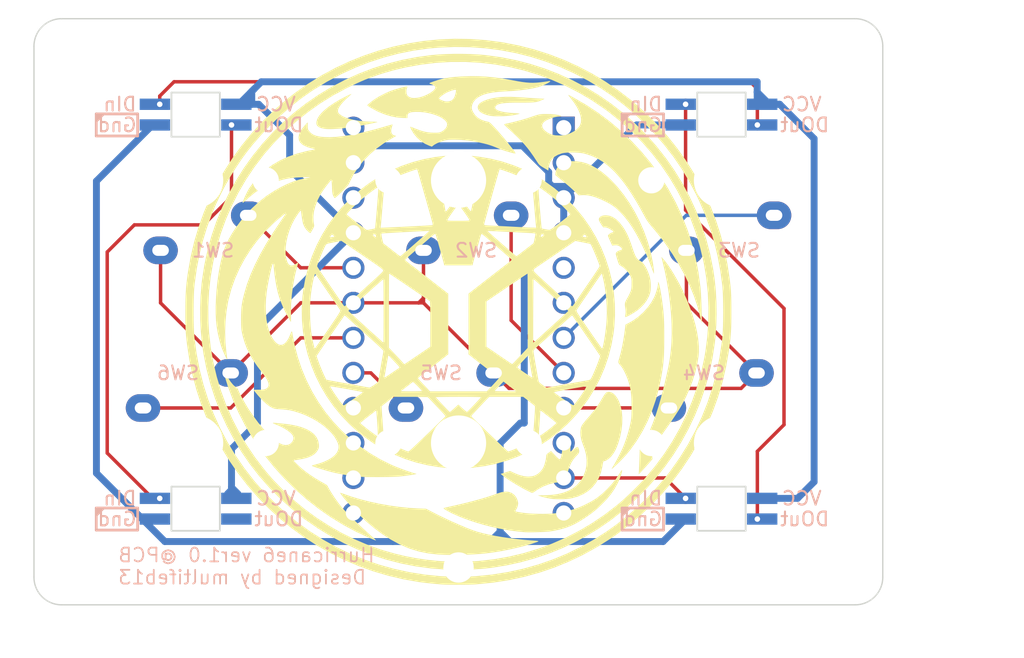
<source format=kicad_pcb>
(kicad_pcb (version 20211014) (generator pcbnew)
  (layers (0 "F.Cu" signal) (31 "B.Cu" signal) (34 "B.Paste" user) (35 "F.Paste" user) (36 "B.SilkS" user "B.Silkscreen") (37 "F.SilkS" user "F.Silkscreen") (38 "B.Mask" user) (39 "F.Mask" user) (44 "Edge.Cuts" user))
  (net 0 "")
  (net 1 "GND")
  (net 2 "Row0")
  (net 6 "Col0")
  (net 7 "Col1")
  (net 8 "Col2")
  (net 9 "Col3")
  (net 10 "Col4")
  (net 11 "Col5")
  (net 14 "VCC")
  (net 16 "LED")
  (net 20 "Net-(LED1-Pad2)")
  (net 21 "Net-(LED2-Pad2)")
  (net 22 "Net-(LED3-Pad2)")
  (footprint "kbd_SW:CherryMX_Solder_1u" (layer "F.Cu") (at 166.6875 97.517893 180)
    (fp_text reference "SW1" (at -1.27 -5.08) (layer "B.SilkS") (effects (justify mirror)))
    (fp_text value "SW_1" hide)
    (pad "" np_thru_hole circle locked (at 0 0 270) (size 4 4) (drill 4) (layers *.Cu *.Mask))
    (pad "" np_thru_hole circle locked (at -5.08 0 270) (size 1.9 1.9) (drill 1.9) (layers *.Cu *.Mask))
    (pad "" np_thru_hole circle locked (at 5.08 0 270) (size 1.9 1.9) (drill 1.9) (layers *.Cu *.Mask))
    (pad "1" thru_hole oval locked (at -3.81 -2.54 180) (size 2.5 2) (drill oval 1.2 0.8) (layers *.Cu "B.Mask") (net 6 "Col0"))
    (pad "2" thru_hole oval locked (at 2.54 -5.08 180) (size 2.5 2) (drill oval 1.2 0.8) (layers *.Cu "B.Mask") (net 2 "Row0"))
  )
  (footprint "kbd_SW:CherryMX_Solder_1u" (layer "F.Cu") (at 166.6875 116.567893)
    (fp_text reference "SW6" (at -1.27 -5.08 180) (layer "B.SilkS") (effects (justify mirror)))
    (fp_text value "SW_6" hide)
    (pad "" np_thru_hole circle locked (at 5.08 0 90) (size 1.9 1.9) (drill 1.9) (layers *.Cu *.Mask))
    (pad "" np_thru_hole circle locked (at 0 0 90) (size 4 4) (drill 4) (layers *.Cu *.Mask))
    (pad "" np_thru_hole circle locked (at -5.08 0 90) (size 1.9 1.9) (drill 1.9) (layers *.Cu *.Mask))
    (pad "1" thru_hole oval locked (at -3.81 -2.54) (size 2.5 2) (drill oval 1.2 0.8) (layers *.Cu "B.Mask") (net 11 "Col5"))
    (pad "2" thru_hole oval locked (at 2.54 -5.08) (size 2.5 2) (drill oval 1.2 0.8) (layers *.Cu "B.Mask") (net 2 "Row0"))
  )
  (footprint "kbd_Hole:m2_Screw_Hole" (layer "F.Cu") (at 213.8125 107.042893)
    (fp_text reference "H6")
    (fp_text value "MountingHole")
    (pad "" np_thru_hole circle locked (at 0 0) (size 2.2 2.2) (drill 2.2) (layers *.Cu *.Mask))
  )
  (footprint "kbd_Hole:m2_Screw_Hole" (layer "F.Cu") (at 157.6625 88.492893)
    (fp_text reference "H1")
    (fp_text value "MountingHole")
    (pad "" np_thru_hole circle locked (at 0 0) (size 2.2 2.2) (drill 2.2) (layers *.Cu *.Mask))
  )
  (footprint "kbd_SW:CherryMX_Solder_1u" (layer "F.Cu") (at 204.7875 116.567893)
    (fp_text reference "SW4" (at -1.27 -5.08 180) (layer "B.SilkS") (effects (justify mirror)))
    (fp_text value "SW_4" hide)
    (pad "" np_thru_hole circle locked (at 0 0 90) (size 4 4) (drill 4) (layers *.Cu *.Mask))
    (pad "" np_thru_hole circle locked (at 5.08 0 90) (size 1.9 1.9) (drill 1.9) (layers *.Cu *.Mask))
    (pad "" np_thru_hole circle locked (at -5.08 0 90) (size 1.9 1.9) (drill 1.9) (layers *.Cu *.Mask))
    (pad "1" thru_hole oval locked (at -3.81 -2.54) (size 2.5 2) (drill oval 1.2 0.8) (layers *.Cu "B.Mask") (net 9 "Col3"))
    (pad "2" thru_hole oval locked (at 2.54 -5.08) (size 2.5 2) (drill oval 1.2 0.8) (layers *.Cu "B.Mask") (net 2 "Row0"))
  )
  (footprint "kbd_Hole:m2_Screw_Hole" (layer "F.Cu") (at 157.6625 107.042893)
    (fp_text reference "H2")
    (fp_text value "MountingHole" hide)
    (pad "" np_thru_hole circle locked (at 0 0) (size 2.2 2.2) (drill 2.2) (layers *.Cu *.Mask))
  )
  (footprint "kbd_SW:CherryMX_Solder_1u" (layer "F.Cu") (at 185.7375 116.567893)
    (fp_text reference "SW5" (at -1.27 -5.08 180) (layer "B.SilkS") (effects (justify mirror)))
    (fp_text value "SW_5" hide)
    (pad "" np_thru_hole circle locked (at 0 0 90) (size 4 4) (drill 4) (layers *.Cu *.Mask))
    (pad "" np_thru_hole circle locked (at -5.08 0 90) (size 1.9 1.9) (drill 1.9) (layers *.Cu *.Mask))
    (pad "" np_thru_hole circle locked (at 5.08 0 90) (size 1.9 1.9) (drill 1.9) (layers *.Cu *.Mask))
    (pad "1" thru_hole oval locked (at -3.81 -2.54) (size 2.5 2) (drill oval 1.2 0.8) (layers *.Cu "B.Mask") (net 10 "Col4"))
    (pad "2" thru_hole oval locked (at 2.54 -5.08) (size 2.5 2) (drill oval 1.2 0.8) (layers *.Cu "B.Mask") (net 2 "Row0"))
  )
  (footprint "kbd_Hole:m2_Screw_Hole" (layer "F.Cu") (at 185.7375 125.592893)
    (fp_text reference "H4" hide)
    (fp_text value "MountingHole" hide)
    (pad "" np_thru_hole circle locked (at 0 0) (size 2.2 2.2) (drill 2.2) (layers *.Cu *.Mask))
  )
  (footprint "kbd_Hole:m2_Screw_Hole" (layer "F.Cu") (at 157.6625 125.592893)
    (fp_text reference "H3")
    (fp_text value "MountingHole")
    (pad "" np_thru_hole circle locked (at 0 0) (size 2.2 2.2) (drill 2.2) (layers *.Cu *.Mask))
  )
  (footprint "kbd_SW:CherryMX_Solder_1u" (layer "F.Cu") (at 185.7375 97.517893 180)
    (fp_text reference "SW2" (at -1.27 -5.08) (layer "B.SilkS") (effects (justify mirror)))
    (fp_text value "SW_2" hide)
    (pad "" np_thru_hole circle locked (at -5.08 0 270) (size 1.9 1.9) (drill 1.9) (layers *.Cu *.Mask))
    (pad "" np_thru_hole circle locked (at 5.08 0 270) (size 1.9 1.9) (drill 1.9) (layers *.Cu *.Mask))
    (pad "" np_thru_hole circle locked (at 0 0 270) (size 4 4) (drill 4) (layers *.Cu *.Mask))
    (pad "1" thru_hole oval locked (at -3.81 -2.54 180) (size 2.5 2) (drill oval 1.2 0.8) (layers *.Cu "B.Mask") (net 7 "Col1"))
    (pad "2" thru_hole oval locked (at 2.54 -5.08 180) (size 2.5 2) (drill oval 1.2 0.8) (layers *.Cu "B.Mask") (net 2 "Row0"))
  )
  (footprint "kbd_Hole:m2_Screw_Hole" (layer "F.Cu") (at 213.8125 88.492893)
    (fp_text reference "H5")
    (fp_text value "MountingHole")
    (pad "" np_thru_hole circle locked (at 0 0) (size 2.2 2.2) (drill 2.2) (layers *.Cu *.Mask))
  )
  (footprint "Silk_Wizard_logos:silk_wizard_logo_40x40" (layer "F.Cu") (at 185.725515 107.053203)
    (fp_text reference "G***" hide)
    (fp_text value "LOGO" hide)
  )
  (footprint "kbd_Hole:m2_Screw_Hole" (layer "F.Cu") (at 213.8125 125.592893)
    (fp_text reference "H7")
    (fp_text value "MountingHole")
    (pad "" np_thru_hole circle locked (at 0 0) (size 2.2 2.2) (drill 2.2) (layers *.Cu *.Mask))
  )
  (footprint "kbd_SW:CherryMX_Solder_1u" (layer "F.Cu") (at 204.7875 97.517893 180)
    (fp_text reference "SW3" (at -1.27 -5.08) (layer "B.SilkS") (effects (justify mirror)))
    (fp_text value "SW_3" hide)
    (pad "" np_thru_hole circle locked (at 0 0 270) (size 4 4) (drill 4) (layers *.Cu *.Mask))
    (pad "" np_thru_hole circle locked (at -5.08 0 270) (size 1.9 1.9) (drill 1.9) (layers *.Cu *.Mask))
    (pad "" np_thru_hole circle locked (at 5.08 0 270) (size 1.9 1.9) (drill 1.9) (layers *.Cu *.Mask))
    (pad "1" thru_hole oval locked (at -3.81 -2.54 180) (size 2.5 2) (drill oval 1.2 0.8) (layers *.Cu "B.Mask") (net 8 "Col2"))
    (pad "2" thru_hole oval locked (at 2.54 -5.08 180) (size 2.5 2) (drill oval 1.2 0.8) (layers *.Cu "B.Mask") (net 2 "Row0"))
  )
  (footprint "akizukidenshi_parts:LED_115478_SK6812MINI-E" (layer "B.Cu") (at 204.7875 92.755393 180)
    (fp_text reference "LED2" hide)
    (fp_text value "RGBLED_SK6812MINI-E")
    (fp_text user "Gnd" (at 5.69 -0.75) (layer "B.SilkS") (effects (justify mirror)))
    (fp_text user "DOut" (at -6.03 -0.75) (layer "B.SilkS") (effects (justify mirror)))
    (fp_text user "VCC" (at -5.82 0.75) (layer "B.SilkS") (effects (justify mirror)))
    (fp_text user "DIn" (at 5.49 0.75) (layer "B.SilkS") (effects (justify mirror)))
    (fp_line (start -1.75 -1.6) (end 1.75 -1.6) (layer "Edge.Cuts") (width 0.12))
    (fp_line (start -1.75 1.6) (end -1.75 -1.6) (layer "Edge.Cuts") (width 0.12))
    (fp_line (start 1.75 -1.6) (end 1.75 1.6) (layer "Edge.Cuts") (width 0.12))
    (fp_line (start 1.75 1.6) (end -1.75 1.6) (layer "Edge.Cuts") (width 0.12))
    (pad "1" smd rect (at -2.6 0.75 180) (size 2.2 0.82) (drill (offset -0.35 0)) (layers "B.Cu" "B.Paste" "B.Mask") (net 14 "VCC"))
    (pad "2" smd rect (at -2.6 -0.75 180) (size 2.2 0.82) (drill (offset -0.35 0)) (layers "B.Cu" "B.Paste" "B.Mask") (net 21 "Net-(LED2-Pad2)"))
    (pad "3" smd rect (at 2.6 -0.75 180) (size 2.2 0.82) (drill (offset 0.35 0)) (layers "B.Cu" "B.Paste" "B.Mask") (net 1 "GND"))
    (pad "4" smd rect (at 2.6 0.75 180) (size 2.2 0.82) (drill (offset 0.35 0)) (layers "B.Cu" "B.Paste" "B.Mask") (net 20 "Net-(LED1-Pad2)"))
  )
  (footprint "promicro:ProMicro-NoSilk" (layer "B.Cu") (at 185.7375 107.671644 -90)
    (fp_text reference "U1" hide)
    (fp_text value "ProMicro-NoSilk")
    (pad "1" thru_hole rect locked (at -13.97 -7.62 270) (size 1.6 1.6) (drill 1.1) (layers *.Cu *.Mask))
    (pad "2" thru_hole circle locked (at -11.43 -7.62 270) (size 1.6 1.6) (drill 1.1) (layers *.Cu *.Mask))
    (pad "3" thru_hole circle locked (at -8.89 -7.62 270) (size 1.6 1.6) (drill 1.1) (layers *.Cu *.Mask) (net 1 "GND"))
    (pad "4" thru_hole circle locked (at -6.35 -7.62 270) (size 1.6 1.6) (drill 1.1) (layers *.Cu *.Mask) (net 1 "GND"))
    (pad "5" thru_hole circle locked (at -3.81 -7.62 270) (size 1.6 1.6) (drill 1.1) (layers *.Cu *.Mask))
    (pad "6" thru_hole circle locked (at -1.27 -7.62 270) (size 1.6 1.6) (drill 1.1) (layers *.Cu *.Mask))
    (pad "7" thru_hole circle locked (at 1.27 -7.62 270) (size 1.6 1.6) (drill 1.1) (layers *.Cu *.Mask) (net 8 "Col2"))
    (pad "8" thru_hole circle locked (at 3.81 -7.62 270) (size 1.6 1.6) (drill 1.1) (layers *.Cu *.Mask) (net 7 "Col1"))
    (pad "9" thru_hole circle locked (at 6.35 -7.62 270) (size 1.6 1.6) (drill 1.1) (layers *.Cu *.Mask) (net 9 "Col3"))
    (pad "10" thru_hole circle locked (at 8.89 -7.62 270) (size 1.6 1.6) (drill 1.1) (layers *.Cu *.Mask))
    (pad "11" thru_hole circle locked (at 11.43 -7.62 270) (size 1.6 1.6) (drill 1.1) (layers *.Cu *.Mask) (net 16 "LED"))
    (pad "12" thru_hole circle locked (at 13.97 -7.62 270) (size 1.6 1.6) (drill 1.1) (layers *.Cu *.Mask))
    (pad "13" thru_hole circle locked (at 13.97 7.62 270) (size 1.6 1.6) (drill 1.1) (layers *.Cu *.Mask))
    (pad "14" thru_hole circle locked (at 11.43 7.62 270) (size 1.6 1.6) (drill 1.1) (layers *.Cu *.Mask))
    (pad "15" thru_hole circle locked (at 8.89 7.62 270) (size 1.6 1.6) (drill 1.1) (layers *.Cu *.Mask))
    (pad "16" thru_hole circle locked (at 6.35 7.62 270) (size 1.6 1.6) (drill 1.1) (layers *.Cu *.Mask))
    (pad "17" thru_hole circle locked (at 3.81 7.62 270) (size 1.6 1.6) (drill 1.1) (layers *.Cu *.Mask) (net 10 "Col4"))
    (pad "18" thru_hole circle locked (at 1.27 7.62 270) (size 1.6 1.6) (drill 1.1) (layers *.Cu *.Mask) (net 11 "Col5"))
    (pad "19" thru_hole circle locked (at -1.27 7.62 270) (size 1.6 1.6) (drill 1.1) (layers *.Cu *.Mask) (net 2 "Row0"))
    (pad "20" thru_hole circle locked (at -3.81 7.62 270) (size 1.6 1.6) (drill 1.1) (layers *.Cu *.Mask) (net 6 "Col0"))
    (pad "21" thru_hole circle locked (at -6.35 7.62 270) (size 1.6 1.6) (drill 1.1) (layers *.Cu *.Mask) (net 14 "VCC"))
    (pad "22" thru_hole circle locked (at -8.89 7.62 270) (size 1.6 1.6) (drill 1.1) (layers *.Cu *.Mask))
    (pad "23" thru_hole circle locked (at -11.43 7.62 270) (size 1.6 1.6) (drill 1.1) (layers *.Cu *.Mask) (net 1 "GND"))
    (pad "24" thru_hole circle locked (at -13.97 7.62 270) (size 1.6 1.6) (drill 1.1) (layers *.Cu *.Mask))
  )
  (footprint "akizukidenshi_parts:LED_115478_SK6812MINI-E" (layer "B.Cu") (at 166.6875 92.755393 180)
    (fp_text reference "LED3" hide)
    (fp_text value "RGBLED_SK6812MINI-E")
    (fp_text user "Gnd" (at 5.69 -0.75) (layer "B.SilkS") (effects (justify mirror)))
    (fp_text user "DIn" (at 5.49 0.75) (layer "B.SilkS") (effects (justify mirror)))
    (fp_text user "VCC" (at -5.82 0.75) (layer "B.SilkS") (effects (justify mirror)))
    (fp_text user "DOut" (at -6.03 -0.75) (layer "B.SilkS") (effects (justify mirror)))
    (fp_line (start 1.75 1.6) (end -1.75 1.6) (layer "Edge.Cuts") (width 0.12))
    (fp_line (start -1.75 1.6) (end -1.75 -1.6) (layer "Edge.Cuts") (width 0.12))
    (fp_line (start 1.75 -1.6) (end 1.75 1.6) (layer "Edge.Cuts") (width 0.12))
    (fp_line (start -1.75 -1.6) (end 1.75 -1.6) (layer "Edge.Cuts") (width 0.12))
    (pad "1" smd rect (at -2.6 0.75 180) (size 2.2 0.82) (drill (offset -0.35 0)) (layers "B.Cu" "B.Paste" "B.Mask") (net 14 "VCC"))
    (pad "2" smd rect (at -2.6 -0.75 180) (size 2.2 0.82) (drill (offset -0.35 0)) (layers "B.Cu" "B.Paste" "B.Mask") (net 22 "Net-(LED3-Pad2)"))
    (pad "3" smd rect (at 2.6 -0.75 180) (size 2.2 0.82) (drill (offset 0.35 0)) (layers "B.Cu" "B.Paste" "B.Mask") (net 1 "GND"))
    (pad "4" smd rect (at 2.6 0.75 180) (size 2.2 0.82) (drill (offset 0.35 0)) (layers "B.Cu" "B.Paste" "B.Mask") (net 21 "Net-(LED2-Pad2)"))
  )
  (footprint "akizukidenshi_parts:LED_115478_SK6812MINI-E" (layer "B.Cu") (at 204.7875 121.330393 180)
    (fp_text reference "LED1" hide)
    (fp_text value "RGBLED_SK6812MINI-E")
    (fp_text user "DIn" (at 5.49 0.75) (layer "B.SilkS") (effects (justify mirror)))
    (fp_text user "DOut" (at -6.03 -0.75) (layer "B.SilkS") (effects (justify mirror)))
    (fp_text user "Gnd" (at 5.69 -0.75) (layer "B.SilkS") (effects (justify mirror)))
    (fp_text user "VCC" (at -5.82 0.75) (layer "B.SilkS") (effects (justify mirror)))
    (fp_line (start 1.75 1.6) (end -1.75 1.6) (layer "Edge.Cuts") (width 0.12))
    (fp_line (start 1.75 -1.6) (end 1.75 1.6) (layer "Edge.Cuts") (width 0.12))
    (fp_line (start -1.75 -1.6) (end 1.75 -1.6) (layer "Edge.Cuts") (width 0.12))
    (fp_line (start -1.75 1.6) (end -1.75 -1.6) (layer "Edge.Cuts") (width 0.12))
    (pad "1" smd rect (at -2.6 0.75 180) (size 2.2 0.82) (drill (offset -0.35 0)) (layers "B.Cu" "B.Paste" "B.Mask") (net 14 "VCC"))
    (pad "2" smd rect (at -2.6 -0.75 180) (size 2.2 0.82) (drill (offset -0.35 0)) (layers "B.Cu" "B.Paste" "B.Mask") (net 20 "Net-(LED1-Pad2)"))
    (pad "3" smd rect (at 2.6 -0.75 180) (size 2.2 0.82) (drill (offset 0.35 0)) (layers "B.Cu" "B.Paste" "B.Mask") (net 1 "GND"))
    (pad "4" smd rect (at 2.6 0.75 180) (size 2.2 0.82) (drill (offset 0.35 0)) (layers "B.Cu" "B.Paste" "B.Mask") (net 16 "LED"))
  )
  (footprint "akizukidenshi_parts:LED_115478_SK6812MINI-E" (layer "B.Cu") (at 166.6875 121.330393 180)
    (fp_text reference "LED4" hide)
    (fp_text value "RGBLED_SK6812MINI-E")
    (fp_text user "DIn" (at 5.49 0.75) (layer "B.SilkS") (effects (justify mirror)))
    (fp_text user "VCC" (at -5.82 0.75) (layer "B.SilkS") (effects (justify mirror)))
    (fp_text user "DOut" (at -6.03 -0.75) (layer "B.SilkS") (effects (justify mirror)))
    (fp_text user "Gnd" (at 5.69 -0.75) (layer "B.SilkS") (effects (justify mirror)))
    (fp_line (start -1.75 1.6) (end -1.75 -1.6) (layer "Edge.Cuts") (width 0.12))
    (fp_line (start 1.75 -1.6) (end 1.75 1.6) (layer "Edge.Cuts") (width 0.12))
    (fp_line (start 1.75 1.6) (end -1.75 1.6) (layer "Edge.Cuts") (width 0.12))
    (fp_line (start -1.75 -1.6) (end 1.75 -1.6) (layer "Edge.Cuts") (width 0.12))
    (pad "1" smd rect (at -2.6 0.75 180) (size 2.2 0.82) (drill (offset -0.35 0)) (layers "B.Cu" "B.Paste" "B.Mask") (net 14 "VCC"))
    (pad "2" smd rect (at -2.6 -0.75 180) (size 2.2 0.82) (drill (offset -0.35 0)) (layers "B.Cu" "B.Paste" "B.Mask"))
    (pad "3" smd rect (at 2.6 -0.75 180) (size 2.2 0.82) (drill (offset 0.35 0)) (layers "B.Cu" "B.Paste" "B.Mask") (net 1 "GND"))
    (pad "4" smd rect (at 2.6 0.75 180) (size 2.2 0.82) (drill (offset 0.35 0)) (layers "B.Cu" "B.Paste" "B.Mask") (net 22 "Net-(LED3-Pad2)"))
  )
  (gr_arc (start 214.475 85.8) (mid 215.889214 86.385786) (end 216.475 87.8) (layer "Edge.Cuts") (width 0.1))
  (gr_arc (start 216.475 126.299986) (mid 215.889216 127.714202) (end 214.475 128.299986) (layer "Edge.Cuts") (width 0.1))
  (gr_line (start 216.475 126.299986) (end 216.475 87.8) (layer "Edge.Cuts") (width 0.1))
  (gr_arc (start 154.975 87.8) (mid 155.560786 86.385786) (end 156.975 85.8) (layer "Edge.Cuts") (width 0.1))
  (gr_line (start 154.975 87.8) (end 154.975 126.299986) (layer "Edge.Cuts") (width 0.1))
  (gr_line (start 156.975 128.299986) (end 214.475 128.299986) (layer "Edge.Cuts") (width 0.1))
  (gr_line (start 214.475 85.8) (end 156.975 85.8) (layer "Edge.Cuts") (width 0.1))
  (gr_arc (start 156.975 128.299986) (mid 155.560784 127.714202) (end 154.975 126.299986) (layer "Edge.Cuts") (width 0.1))
  (gr_text "Hurricane6 ver1.0 @PCB\nDesigned by multifeb13" (at 161 125.5) (layer "B.SilkS") (effects (font (size 1 1) (thickness 0.125)) (justify right mirror)))
  (segment (start 188.75 116.584781) (end 188.75 123) (width 0.5) (layer "B.Cu") (net 1))
  (segment (start 188.038357 123.711643) (end 188.788357 123.711643) (width 0.5) (layer "B.Cu") (net 1))
  (segment (start 198.633751 93.505393) (end 202.1875 93.505393) (width 0.5) (layer "B.Cu") (net 1))
  (segment (start 162.8275 122.080393) (end 162.00125 121.254143) (width 0.5) (layer "B.Cu") (net 1))
  (segment (start 192.537928 97.962072) (end 193.3575 98.781644) (width 0.5) (layer "B.Cu") (net 1))
  (segment (start 163.569388 93.505393) (end 164.0875 93.505393) (width 0.5) (layer "B.Cu") (net 1))
  (segment (start 162.00125 121.254143) (end 164.45875 123.711643) (width 0.5) (layer "B.Cu") (net 1))
  (segment (start 159.5 118.752893) (end 159.5 97.574781) (width 0.5) (layer "B.Cu") (net 1))
  (segment (start 193.3575 101.321644) (end 190.5 104.179144) (width 0.5) (layer "B.Cu") (net 1))
  (segment (start 190.216889 115.117892) (end 188.75 116.584781) (width 0.5) (layer "B.Cu") (net 1))
  (segment (start 189.711643 123.711643) (end 189.461643 123.711643) (width 0.5) (layer "B.Cu") (net 1))
  (segment (start 193.3575 98.781644) (end 193.3575 101.321644) (width 0.5) (layer "B.Cu") (net 1))
  (segment (start 188.75 123) (end 188.75 123.5) (width 0.5) (layer "B.Cu") (net 1))
  (segment (start 189.711643 123.711643) (end 190.788357 123.711643) (width 0.5) (layer "B.Cu") (net 1))
  (segment (start 202.1875 122.080393) (end 200.55625 123.711643) (width 0.5) (layer "B.Cu") (net 1))
  (segment (start 194.194572 97.944572) (end 194.177072 97.962072) (width 0.5) (layer "B.Cu") (net 1))
  (segment (start 159.5 97.574781) (end 163.569388 93.505393) (width 0.5) (layer "B.Cu") (net 1))
  (segment (start 190.5 115.117892) (end 190.216889 115.117892) (width 0.5) (layer "B.Cu") (net 1))
  (segment (start 189.461643 123.711643) (end 188.75 123) (width 0.5) (layer "B.Cu") (net 1))
  (segment (start 193.3575 98.781644) (end 194.194572 97.944572) (width 0.5) (layer "B.Cu") (net 1))
  (segment (start 192.267501 97.691645) (end 192.537928 97.962072) (width 0.5) (layer "B.Cu") (net 1))
  (segment (start 180.975 123.711643) (end 188.038357 123.711643) (width 0.5) (layer "B.Cu") (net 1))
  (segment (start 192.267501 96.917282) (end 192.267501 97.691645) (width 0.5) (layer "B.Cu") (net 1))
  (segment (start 188.038357 123.711643) (end 188.75 123) (width 0.5) (layer "B.Cu") (net 1))
  (segment (start 188.788357 123.711643) (end 189.288357 123.711643) (width 0.5) (layer "B.Cu") (net 1))
  (segment (start 164.45875 123.711643) (end 166.6875 123.711643) (width 0.5) (layer "B.Cu") (net 1))
  (segment (start 179.341252 95.017892) (end 190.368111 95.017892) (width 0.5) (layer "B.Cu") (net 1))
  (segment (start 162.00125 121.254143) (end 159.5 118.752893) (width 0.5) (layer "B.Cu") (net 1))
  (segment (start 190.368111 95.017892) (end 192.267501 96.917282) (width 0.5) (layer "B.Cu") (net 1))
  (segment (start 194.194572 97.944572) (end 198.633751 93.505393) (width 0.5) (layer "B.Cu") (net 1))
  (segment (start 200.55625 123.711643) (end 190.5 123.711643) (width 0.5) (layer "B.Cu") (net 1))
  (segment (start 194.177072 97.962072) (end 192.537928 97.962072) (width 0.5) (layer "B.Cu") (net 1))
  (segment (start 164.0875 122.080393) (end 162.8275 122.080393) (width 0.5) (layer "B.Cu") (net 1))
  (segment (start 190.5 104.179144) (end 190.5 115.117892) (width 0.5) (layer "B.Cu") (net 1))
  (segment (start 189.288357 123.711643) (end 189.711643 123.711643) (width 0.5) (layer "B.Cu") (net 1))
  (segment (start 178.1175 96.241644) (end 179.341252 95.017892) (width 0.5) (layer "B.Cu") (net 1))
  (segment (start 180.975 123.711643) (end 166.6875 123.711643) (width 0.5) (layer "B.Cu") (net 1))
  (segment (start 178.1175 106.401644) (end 182.848356 106.401644) (width 0.25) (layer "F.Cu") (net 2))
  (segment (start 188.2775 111.487893) (end 189.396251 112.606644) (width 0.25) (layer "F.Cu") (net 2))
  (segment (start 202.2475 102.597893) (end 202.2475 106.407893) (width 0.25) (layer "F.Cu") (net 2))
  (segment (start 178.1175 106.401644) (end 174.313749 106.401644) (width 0.25) (layer "F.Cu") (net 2))
  (segment (start 183.1975 106.407893) (end 188.2775 111.487893) (width 0.25) (layer "F.Cu") (net 2))
  (segment (start 189.396251 112.606644) (end 206.208749 112.606644) (width 0.25) (layer "F.Cu") (net 2))
  (segment (start 183.1975 102.597893) (end 183.1975 106.0525) (width 0.25) (layer "F.Cu") (net 2))
  (segment (start 202.2475 106.407893) (end 207.3275 111.487893) (width 0.25) (layer "F.Cu") (net 2))
  (segment (start 174.313749 106.401644) (end 169.2275 111.487893) (width 0.25) (layer "F.Cu") (net 2))
  (segment (start 182.848356 106.401644) (end 183.1975 106.0525) (width 0.25) (layer "F.Cu") (net 2))
  (segment (start 182.848356 106.401644) (end 183.191251 106.401644) (width 0.25) (layer "F.Cu") (net 2))
  (segment (start 183.1975 106.0525) (end 183.1975 106.407893) (width 0.25) (layer "F.Cu") (net 2))
  (segment (start 164.1475 106.407893) (end 169.2275 111.487893) (width 0.25) (layer "F.Cu") (net 2))
  (segment (start 206.208749 112.606644) (end 207.3275 111.487893) (width 0.25) (layer "F.Cu") (net 2))
  (segment (start 164.1475 102.597893) (end 164.1475 106.407893) (width 0.25) (layer "F.Cu") (net 2))
  (segment (start 183.191251 106.401644) (end 183.1975 106.407893) (width 0.25) (layer "F.Cu") (net 2))
  (segment (start 178.1175 103.861644) (end 174.301251 103.861644) (width 0.25) (layer "F.Cu") (net 6))
  (segment (start 174.301251 103.861644) (end 170.4975 100.057893) (width 0.25) (layer "F.Cu") (net 6))
  (segment (start 189.5475 107.671644) (end 193.3575 111.481644) (width 0.25) (layer "F.Cu") (net 7))
  (segment (start 193.351251 111.487893) (end 193.3575 111.481644) (width 0.25) (layer "F.Cu") (net 7))
  (segment (start 189.5475 100.057893) (end 189.5475 107.671644) (width 0.25) (layer "F.Cu") (net 7))
  (segment (start 202.241251 100.057893) (end 193.3575 108.941644) (width 0.25) (layer "B.Cu") (net 8))
  (segment (start 208.5975 100.057893) (end 202.241251 100.057893) (width 0.25) (layer "B.Cu") (net 8))
  (segment (start 193.3575 114.021644) (end 200.971251 114.021644) (width 0.25) (layer "F.Cu") (net 9))
  (segment (start 200.971251 114.021644) (end 200.9775 114.027893) (width 0.25) (layer "F.Cu") (net 9))
  (segment (start 178.1175 111.481644) (end 179.381251 111.481644) (width 0.25) (layer "F.Cu") (net 10))
  (segment (start 179.381251 111.481644) (end 181.9275 114.027893) (width 0.25) (layer "F.Cu") (net 10))
  (segment (start 174.313749 108.941644) (end 169.2275 114.027893) (width 0.25) (layer "F.Cu") (net 11))
  (segment (start 169.2275 114.027893) (end 162.8775 114.027893) (width 0.25) (layer "F.Cu") (net 11))
  (segment (start 178.1175 108.941644) (end 174.313749 108.941644) (width 0.25) (layer "F.Cu") (net 11))
  (segment (start 171.166889 108.272255) (end 171.166889 115.117892) (width 0.5) (layer "B.Cu") (net 14))
  (segment (start 169.2875 92.005393) (end 169.81875 92.005393) (width 0.5) (layer "B.Cu") (net 14))
  (segment (start 169.2875 92.005393) (end 170.755393 92.005393) (width 0.5) (layer "B.Cu") (net 14))
  (segment (start 211.5 94.5) (end 211.5 119.380393) (width 0.5) (layer "B.Cu") (net 14))
  (segment (start 171.166889 115.117892) (end 169.2875 116.997281) (width 0.5) (layer "B.Cu") (net 14))
  (segment (start 177.344572 102.094572) (end 171.166889 108.272255) (width 0.5) (layer "B.Cu") (net 14))
  (segment (start 210.3 120.580393) (end 207.3875 120.580393) (width 0.5) (layer "B.Cu") (net 14))
  (segment (start 170.755393 91.068749) (end 170.912071 90.912071) (width 0.5) (layer "B.Cu") (net 14))
  (segment (start 209.005393 92.005393) (end 211.5 94.5) (width 0.5) (layer "B.Cu") (net 14))
  (segment (start 169.2875 116.997281) (end 169.2875 119.7875) (width 0.5) (layer "B.Cu") (net 14))
  (segment (start 207.374143 91.124143) (end 208.255393 92.005393) (width 0.5) (layer "B.Cu") (net 14))
  (segment (start 207.3875 92.005393) (end 209.005393 92.005393) (width 0.5) (layer "B.Cu") (net 14))
  (segment (start 177.272928 100.477072) (end 173.5 96.704144) (width 0.5) (layer "B.Cu") (net 14))
  (segment (start 178.1175 101.321644) (end 177.272928 100.477072) (width 0.5) (layer "B.Cu") (net 14))
  (segment (start 171.45 90.374143) (end 207.374143 90.374143) (width 0.5) (layer "B.Cu") (net 14))
  (segment (start 169.2875 119.7875) (end 169.75 120.25) (width 0.5) (layer "B.Cu") (net 14))
  (segment (start 170.755393 92.005393) (end 170.755393 91.068749) (width 0.5) (layer "B.Cu") (net 14))
  (segment (start 169.2875 119.9625) (end 169 120.25) (width 0.5) (layer "B.Cu") (net 14))
  (segment (start 173.5 96.704144) (end 173.5 94.25) (width 0.5) (layer "B.Cu") (net 14))
  (segment (start 170.662071 91.162071) (end 170.912071 90.912071) (width 0.5) (layer "B.Cu") (net 14))
  (segment (start 207.374143 91.124143) (end 207.374143 91.992036) (width 0.5) (layer "B.Cu") (net 14))
  (segment (start 178.1175 101.321644) (end 177.344572 102.094572) (width 0.5) (layer "B.Cu") (net 14))
  (segment (start 173.5 94.25) (end 171.255393 92.005393) (width 0.5) (layer "B.Cu") (net 14))
  (segment (start 177.272928 100.477072) (end 177.344572 100.548716) (width 0.5) (layer "B.Cu") (net 14))
  (segment (start 170.912071 90.912071) (end 171.45 90.374143) (width 0.5) (layer "B.Cu") (net 14))
  (segment (start 177.344572 100.548716) (end 177.344572 102.094572) (width 0.5) (layer "B.Cu") (net 14))
  (segment (start 208.255393 92.005393) (end 209.005393 92.005393) (width 0.5) (layer "B.Cu") (net 14))
  (segment (start 169.2875 119.7875) (end 169.2875 119.9625) (width 0.5) (layer "B.Cu") (net 14))
  (segment (start 207.374143 90.374143) (end 207.374143 91.124143) (width 0.5) (layer "B.Cu") (net 14))
  (segment (start 169.81875 92.005393) (end 170.662071 91.162071) (width 0.5) (layer "B.Cu") (net 14))
  (segment (start 207.374143 91.992036) (end 207.3875 92.005393) (width 0.5) (layer "B.Cu") (net 14))
  (segment (start 211.5 119.380393) (end 210.3 120.580393) (width 0.5) (layer "B.Cu") (net 14))
  (segment (start 170.755393 92.005393) (end 171.255393 92.005393) (width 0.5) (layer "B.Cu") (net 14))
  (segment (start 200.708751 119.101644) (end 193.3575 119.101644) (width 0.25) (layer "F.Cu") (net 16))
  (segment (start 202.1875 120.580393) (end 200.708751 119.101644) (width 0.25) (layer "F.Cu") (net 16))
  (via (at 202.1875 120.580393) (size 0.8) (drill 0.4) (layers "F.Cu" "B.Cu") (net 16))
  (segment (start 209.318666 106.811559) (end 209.318666 115.242892) (width 0.25) (layer "F.Cu") (net 20))
  (segment (start 202.1875 92.005393) (end 202.1875 99.680393) (width 0.25) (layer "F.Cu") (net 20))
  (segment (start 207.3875 117.174058) (end 207.3875 122.080393) (width 0.25) (layer "F.Cu") (net 20))
  (segment (start 209.318666 115.242892) (end 207.3875 117.174058) (width 0.25) (layer "F.Cu") (net 20))
  (segment (start 202.1875 99.680393) (end 209.318666 106.811559) (width 0.25) (layer "F.Cu") (net 20))
  (via (at 207.3875 122.080393) (size 0.8) (drill 0.4) (layers "F.Cu" "B.Cu") (net 20))
  (via (at 202.1875 92.005393) (size 0.8) (drill 0.4) (layers "F.Cu" "B.Cu") (net 20))
  (segment (start 164.0875 92.005393) (end 164.0875 91.410786) (width 0.25) (layer "F.Cu") (net 21))
  (segment (start 206.875857 90.374143) (end 165.124143 90.374143) (width 0.25) (layer "F.Cu") (net 21))
  (segment (start 206.875857 90.374143) (end 206.875857 90.375857) (width 0.25) (layer "F.Cu") (net 21))
  (segment (start 207.3875 93.505393) (end 207.3875 90.8875) (width 0.25) (layer "F.Cu") (net 21))
  (segment (start 206.875857 90.375857) (end 207.3875 90.8875) (width 0.25) (layer "F.Cu") (net 21))
  (segment (start 164.0875 91.410786) (end 165.124143 90.374143) (width 0.25) (layer "F.Cu") (net 21))
  (via (at 164.0875 92.005393) (size 0.8) (drill 0.4) (layers "F.Cu" "B.Cu") (net 21))
  (via (at 207.3875 93.505393) (size 0.8) (drill 0.4) (layers "F.Cu" "B.Cu") (net 21))
  (segment (start 167.25 100.75) (end 162.25 100.75) (width 0.25) (layer "F.Cu") (net 22))
  (segment (start 162.25 100.75) (end 160.282499 102.717501) (width 0.25) (layer "F.Cu") (net 22))
  (segment (start 160.282499 102.717501) (end 160.282499 117.294571) (width 0.25) (layer "F.Cu") (net 22))
  (segment (start 163.568321 120.580393) (end 164.0875 120.580393) (width 0.25) (layer "F.Cu") (net 22))
  (segment (start 169.2875 98.7125) (end 167.25 100.75) (width 0.25) (layer "F.Cu") (net 22))
  (segment (start 160.282499 117.294571) (end 163.568321 120.580393) (width 0.25) (layer "F.Cu") (net 22))
  (segment (start 169.2875 93.505393) (end 169.2875 98.7125) (width 0.25) (layer "F.Cu") (net 22))
  (via (at 169.2875 93.505393) (size 0.8) (drill 0.4) (layers "F.Cu" "B.Cu") (net 22))
  (via (at 164.0875 120.580393) (size 0.8) (drill 0.4) (layers "F.Cu" "B.Cu") (net 22))
)
</source>
